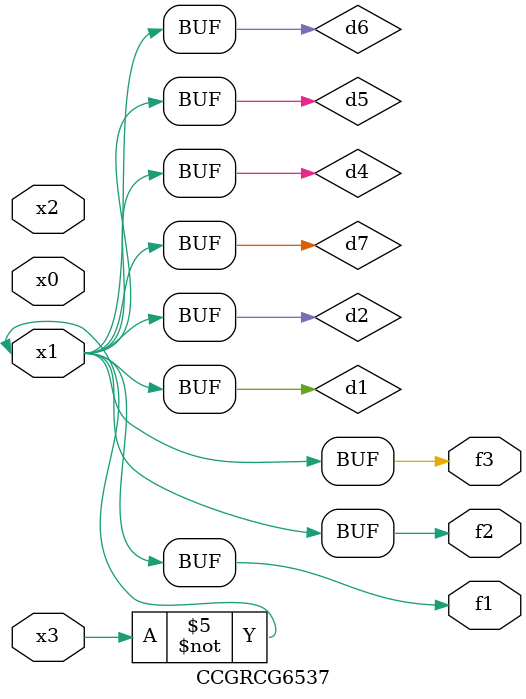
<source format=v>
module CCGRCG6537(
	input x0, x1, x2, x3,
	output f1, f2, f3
);

	wire d1, d2, d3, d4, d5, d6, d7;

	not (d1, x3);
	buf (d2, x1);
	xnor (d3, d1, d2);
	nor (d4, d1);
	buf (d5, d1, d2);
	buf (d6, d4, d5);
	nand (d7, d4);
	assign f1 = d6;
	assign f2 = d7;
	assign f3 = d6;
endmodule

</source>
